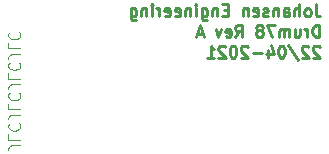
<source format=gbo>
G04 #@! TF.GenerationSoftware,KiCad,Pcbnew,(5.1.9)-1*
G04 #@! TF.CreationDate,2021-04-28T19:28:25+02:00*
G04 #@! TF.ProjectId,KicadJE_Drum_PE78 - Face,4b696361-644a-4455-9f44-72756d5f5045,rev?*
G04 #@! TF.SameCoordinates,Original*
G04 #@! TF.FileFunction,Legend,Bot*
G04 #@! TF.FilePolarity,Positive*
%FSLAX46Y46*%
G04 Gerber Fmt 4.6, Leading zero omitted, Abs format (unit mm)*
G04 Created by KiCad (PCBNEW (5.1.9)-1) date 2021-04-28 19:28:25*
%MOMM*%
%LPD*%
G01*
G04 APERTURE LIST*
%ADD10C,0.100000*%
%ADD11C,0.250000*%
%ADD12C,6.602000*%
%ADD13O,7.102000X4.102000*%
%ADD14C,3.102000*%
G04 APERTURE END LIST*
D10*
X194797619Y-163119047D02*
X194083333Y-163119047D01*
X193940476Y-163166666D01*
X193845238Y-163261904D01*
X193797619Y-163404761D01*
X193797619Y-163500000D01*
X193797619Y-162166666D02*
X193797619Y-162642857D01*
X194797619Y-162642857D01*
X193892857Y-161261904D02*
X193845238Y-161309523D01*
X193797619Y-161452380D01*
X193797619Y-161547619D01*
X193845238Y-161690476D01*
X193940476Y-161785714D01*
X194035714Y-161833333D01*
X194226190Y-161880952D01*
X194369047Y-161880952D01*
X194559523Y-161833333D01*
X194654761Y-161785714D01*
X194750000Y-161690476D01*
X194797619Y-161547619D01*
X194797619Y-161452380D01*
X194750000Y-161309523D01*
X194702380Y-161261904D01*
X194797619Y-160547619D02*
X194083333Y-160547619D01*
X193940476Y-160595238D01*
X193845238Y-160690476D01*
X193797619Y-160833333D01*
X193797619Y-160928571D01*
X193797619Y-159595238D02*
X193797619Y-160071428D01*
X194797619Y-160071428D01*
X193892857Y-158690476D02*
X193845238Y-158738095D01*
X193797619Y-158880952D01*
X193797619Y-158976190D01*
X193845238Y-159119047D01*
X193940476Y-159214285D01*
X194035714Y-159261904D01*
X194226190Y-159309523D01*
X194369047Y-159309523D01*
X194559523Y-159261904D01*
X194654761Y-159214285D01*
X194750000Y-159119047D01*
X194797619Y-158976190D01*
X194797619Y-158880952D01*
X194750000Y-158738095D01*
X194702380Y-158690476D01*
X194797619Y-157976190D02*
X194083333Y-157976190D01*
X193940476Y-158023809D01*
X193845238Y-158119047D01*
X193797619Y-158261904D01*
X193797619Y-158357142D01*
X193797619Y-157023809D02*
X193797619Y-157500000D01*
X194797619Y-157500000D01*
X193892857Y-156119047D02*
X193845238Y-156166666D01*
X193797619Y-156309523D01*
X193797619Y-156404761D01*
X193845238Y-156547619D01*
X193940476Y-156642857D01*
X194035714Y-156690476D01*
X194226190Y-156738095D01*
X194369047Y-156738095D01*
X194559523Y-156690476D01*
X194654761Y-156642857D01*
X194750000Y-156547619D01*
X194797619Y-156404761D01*
X194797619Y-156309523D01*
X194750000Y-156166666D01*
X194702380Y-156119047D01*
X194797619Y-155404761D02*
X194083333Y-155404761D01*
X193940476Y-155452380D01*
X193845238Y-155547619D01*
X193797619Y-155690476D01*
X193797619Y-155785714D01*
X193797619Y-154452380D02*
X193797619Y-154928571D01*
X194797619Y-154928571D01*
X193892857Y-153547619D02*
X193845238Y-153595238D01*
X193797619Y-153738095D01*
X193797619Y-153833333D01*
X193845238Y-153976190D01*
X193940476Y-154071428D01*
X194035714Y-154119047D01*
X194226190Y-154166666D01*
X194369047Y-154166666D01*
X194559523Y-154119047D01*
X194654761Y-154071428D01*
X194750000Y-153976190D01*
X194797619Y-153833333D01*
X194797619Y-153738095D01*
X194750000Y-153595238D01*
X194702380Y-153547619D01*
D11*
X219813690Y-151202380D02*
X219813690Y-151916666D01*
X219861309Y-152059523D01*
X219956547Y-152154761D01*
X220099404Y-152202380D01*
X220194642Y-152202380D01*
X219194642Y-152202380D02*
X219289880Y-152154761D01*
X219337500Y-152107142D01*
X219385119Y-152011904D01*
X219385119Y-151726190D01*
X219337500Y-151630952D01*
X219289880Y-151583333D01*
X219194642Y-151535714D01*
X219051785Y-151535714D01*
X218956547Y-151583333D01*
X218908928Y-151630952D01*
X218861309Y-151726190D01*
X218861309Y-152011904D01*
X218908928Y-152107142D01*
X218956547Y-152154761D01*
X219051785Y-152202380D01*
X219194642Y-152202380D01*
X218432738Y-152202380D02*
X218432738Y-151202380D01*
X218004166Y-152202380D02*
X218004166Y-151678571D01*
X218051785Y-151583333D01*
X218147023Y-151535714D01*
X218289880Y-151535714D01*
X218385119Y-151583333D01*
X218432738Y-151630952D01*
X217099404Y-152202380D02*
X217099404Y-151678571D01*
X217147023Y-151583333D01*
X217242261Y-151535714D01*
X217432738Y-151535714D01*
X217527976Y-151583333D01*
X217099404Y-152154761D02*
X217194642Y-152202380D01*
X217432738Y-152202380D01*
X217527976Y-152154761D01*
X217575595Y-152059523D01*
X217575595Y-151964285D01*
X217527976Y-151869047D01*
X217432738Y-151821428D01*
X217194642Y-151821428D01*
X217099404Y-151773809D01*
X216623214Y-151535714D02*
X216623214Y-152202380D01*
X216623214Y-151630952D02*
X216575595Y-151583333D01*
X216480357Y-151535714D01*
X216337500Y-151535714D01*
X216242261Y-151583333D01*
X216194642Y-151678571D01*
X216194642Y-152202380D01*
X215766071Y-152154761D02*
X215670833Y-152202380D01*
X215480357Y-152202380D01*
X215385119Y-152154761D01*
X215337500Y-152059523D01*
X215337500Y-152011904D01*
X215385119Y-151916666D01*
X215480357Y-151869047D01*
X215623214Y-151869047D01*
X215718452Y-151821428D01*
X215766071Y-151726190D01*
X215766071Y-151678571D01*
X215718452Y-151583333D01*
X215623214Y-151535714D01*
X215480357Y-151535714D01*
X215385119Y-151583333D01*
X214527976Y-152154761D02*
X214623214Y-152202380D01*
X214813690Y-152202380D01*
X214908928Y-152154761D01*
X214956547Y-152059523D01*
X214956547Y-151678571D01*
X214908928Y-151583333D01*
X214813690Y-151535714D01*
X214623214Y-151535714D01*
X214527976Y-151583333D01*
X214480357Y-151678571D01*
X214480357Y-151773809D01*
X214956547Y-151869047D01*
X214051785Y-151535714D02*
X214051785Y-152202380D01*
X214051785Y-151630952D02*
X214004166Y-151583333D01*
X213908928Y-151535714D01*
X213766071Y-151535714D01*
X213670833Y-151583333D01*
X213623214Y-151678571D01*
X213623214Y-152202380D01*
X212385119Y-151678571D02*
X212051785Y-151678571D01*
X211908928Y-152202380D02*
X212385119Y-152202380D01*
X212385119Y-151202380D01*
X211908928Y-151202380D01*
X211480357Y-151535714D02*
X211480357Y-152202380D01*
X211480357Y-151630952D02*
X211432738Y-151583333D01*
X211337500Y-151535714D01*
X211194642Y-151535714D01*
X211099404Y-151583333D01*
X211051785Y-151678571D01*
X211051785Y-152202380D01*
X210147023Y-151535714D02*
X210147023Y-152345238D01*
X210194642Y-152440476D01*
X210242261Y-152488095D01*
X210337500Y-152535714D01*
X210480357Y-152535714D01*
X210575595Y-152488095D01*
X210147023Y-152154761D02*
X210242261Y-152202380D01*
X210432738Y-152202380D01*
X210527976Y-152154761D01*
X210575595Y-152107142D01*
X210623214Y-152011904D01*
X210623214Y-151726190D01*
X210575595Y-151630952D01*
X210527976Y-151583333D01*
X210432738Y-151535714D01*
X210242261Y-151535714D01*
X210147023Y-151583333D01*
X209670833Y-152202380D02*
X209670833Y-151535714D01*
X209670833Y-151202380D02*
X209718452Y-151250000D01*
X209670833Y-151297619D01*
X209623214Y-151250000D01*
X209670833Y-151202380D01*
X209670833Y-151297619D01*
X209194642Y-151535714D02*
X209194642Y-152202380D01*
X209194642Y-151630952D02*
X209147023Y-151583333D01*
X209051785Y-151535714D01*
X208908928Y-151535714D01*
X208813690Y-151583333D01*
X208766071Y-151678571D01*
X208766071Y-152202380D01*
X207908928Y-152154761D02*
X208004166Y-152202380D01*
X208194642Y-152202380D01*
X208289880Y-152154761D01*
X208337500Y-152059523D01*
X208337500Y-151678571D01*
X208289880Y-151583333D01*
X208194642Y-151535714D01*
X208004166Y-151535714D01*
X207908928Y-151583333D01*
X207861309Y-151678571D01*
X207861309Y-151773809D01*
X208337500Y-151869047D01*
X207051785Y-152154761D02*
X207147023Y-152202380D01*
X207337500Y-152202380D01*
X207432738Y-152154761D01*
X207480357Y-152059523D01*
X207480357Y-151678571D01*
X207432738Y-151583333D01*
X207337500Y-151535714D01*
X207147023Y-151535714D01*
X207051785Y-151583333D01*
X207004166Y-151678571D01*
X207004166Y-151773809D01*
X207480357Y-151869047D01*
X206575595Y-152202380D02*
X206575595Y-151535714D01*
X206575595Y-151726190D02*
X206527976Y-151630952D01*
X206480357Y-151583333D01*
X206385119Y-151535714D01*
X206289880Y-151535714D01*
X205956547Y-152202380D02*
X205956547Y-151535714D01*
X205956547Y-151202380D02*
X206004166Y-151250000D01*
X205956547Y-151297619D01*
X205908928Y-151250000D01*
X205956547Y-151202380D01*
X205956547Y-151297619D01*
X205480357Y-151535714D02*
X205480357Y-152202380D01*
X205480357Y-151630952D02*
X205432738Y-151583333D01*
X205337500Y-151535714D01*
X205194642Y-151535714D01*
X205099404Y-151583333D01*
X205051785Y-151678571D01*
X205051785Y-152202380D01*
X204147023Y-151535714D02*
X204147023Y-152345238D01*
X204194642Y-152440476D01*
X204242261Y-152488095D01*
X204337500Y-152535714D01*
X204480357Y-152535714D01*
X204575595Y-152488095D01*
X204147023Y-152154761D02*
X204242261Y-152202380D01*
X204432738Y-152202380D01*
X204527976Y-152154761D01*
X204575595Y-152107142D01*
X204623214Y-152011904D01*
X204623214Y-151726190D01*
X204575595Y-151630952D01*
X204527976Y-151583333D01*
X204432738Y-151535714D01*
X204242261Y-151535714D01*
X204147023Y-151583333D01*
X220099404Y-153952380D02*
X220099404Y-152952380D01*
X219861309Y-152952380D01*
X219718452Y-153000000D01*
X219623214Y-153095238D01*
X219575595Y-153190476D01*
X219527976Y-153380952D01*
X219527976Y-153523809D01*
X219575595Y-153714285D01*
X219623214Y-153809523D01*
X219718452Y-153904761D01*
X219861309Y-153952380D01*
X220099404Y-153952380D01*
X219099404Y-153952380D02*
X219099404Y-153285714D01*
X219099404Y-153476190D02*
X219051785Y-153380952D01*
X219004166Y-153333333D01*
X218908928Y-153285714D01*
X218813690Y-153285714D01*
X218051785Y-153285714D02*
X218051785Y-153952380D01*
X218480357Y-153285714D02*
X218480357Y-153809523D01*
X218432738Y-153904761D01*
X218337500Y-153952380D01*
X218194642Y-153952380D01*
X218099404Y-153904761D01*
X218051785Y-153857142D01*
X217575595Y-153952380D02*
X217575595Y-153285714D01*
X217575595Y-153380952D02*
X217527976Y-153333333D01*
X217432738Y-153285714D01*
X217289880Y-153285714D01*
X217194642Y-153333333D01*
X217147023Y-153428571D01*
X217147023Y-153952380D01*
X217147023Y-153428571D02*
X217099404Y-153333333D01*
X217004166Y-153285714D01*
X216861309Y-153285714D01*
X216766071Y-153333333D01*
X216718452Y-153428571D01*
X216718452Y-153952380D01*
X216337500Y-152952380D02*
X215670833Y-152952380D01*
X216099404Y-153952380D01*
X215147023Y-153380952D02*
X215242261Y-153333333D01*
X215289880Y-153285714D01*
X215337500Y-153190476D01*
X215337500Y-153142857D01*
X215289880Y-153047619D01*
X215242261Y-153000000D01*
X215147023Y-152952380D01*
X214956547Y-152952380D01*
X214861309Y-153000000D01*
X214813690Y-153047619D01*
X214766071Y-153142857D01*
X214766071Y-153190476D01*
X214813690Y-153285714D01*
X214861309Y-153333333D01*
X214956547Y-153380952D01*
X215147023Y-153380952D01*
X215242261Y-153428571D01*
X215289880Y-153476190D01*
X215337500Y-153571428D01*
X215337500Y-153761904D01*
X215289880Y-153857142D01*
X215242261Y-153904761D01*
X215147023Y-153952380D01*
X214956547Y-153952380D01*
X214861309Y-153904761D01*
X214813690Y-153857142D01*
X214766071Y-153761904D01*
X214766071Y-153571428D01*
X214813690Y-153476190D01*
X214861309Y-153428571D01*
X214956547Y-153380952D01*
X213004166Y-153952380D02*
X213337500Y-153476190D01*
X213575595Y-153952380D02*
X213575595Y-152952380D01*
X213194642Y-152952380D01*
X213099404Y-153000000D01*
X213051785Y-153047619D01*
X213004166Y-153142857D01*
X213004166Y-153285714D01*
X213051785Y-153380952D01*
X213099404Y-153428571D01*
X213194642Y-153476190D01*
X213575595Y-153476190D01*
X212194642Y-153904761D02*
X212289880Y-153952380D01*
X212480357Y-153952380D01*
X212575595Y-153904761D01*
X212623214Y-153809523D01*
X212623214Y-153428571D01*
X212575595Y-153333333D01*
X212480357Y-153285714D01*
X212289880Y-153285714D01*
X212194642Y-153333333D01*
X212147023Y-153428571D01*
X212147023Y-153523809D01*
X212623214Y-153619047D01*
X211813690Y-153285714D02*
X211575595Y-153952380D01*
X211337500Y-153285714D01*
X210242261Y-153666666D02*
X209766071Y-153666666D01*
X210337500Y-153952380D02*
X210004166Y-152952380D01*
X209670833Y-153952380D01*
X220147023Y-154797619D02*
X220099404Y-154750000D01*
X220004166Y-154702380D01*
X219766071Y-154702380D01*
X219670833Y-154750000D01*
X219623214Y-154797619D01*
X219575595Y-154892857D01*
X219575595Y-154988095D01*
X219623214Y-155130952D01*
X220194642Y-155702380D01*
X219575595Y-155702380D01*
X219194642Y-154797619D02*
X219147023Y-154750000D01*
X219051785Y-154702380D01*
X218813690Y-154702380D01*
X218718452Y-154750000D01*
X218670833Y-154797619D01*
X218623214Y-154892857D01*
X218623214Y-154988095D01*
X218670833Y-155130952D01*
X219242261Y-155702380D01*
X218623214Y-155702380D01*
X217480357Y-154654761D02*
X218337500Y-155940476D01*
X216956547Y-154702380D02*
X216861309Y-154702380D01*
X216766071Y-154750000D01*
X216718452Y-154797619D01*
X216670833Y-154892857D01*
X216623214Y-155083333D01*
X216623214Y-155321428D01*
X216670833Y-155511904D01*
X216718452Y-155607142D01*
X216766071Y-155654761D01*
X216861309Y-155702380D01*
X216956547Y-155702380D01*
X217051785Y-155654761D01*
X217099404Y-155607142D01*
X217147023Y-155511904D01*
X217194642Y-155321428D01*
X217194642Y-155083333D01*
X217147023Y-154892857D01*
X217099404Y-154797619D01*
X217051785Y-154750000D01*
X216956547Y-154702380D01*
X215766071Y-155035714D02*
X215766071Y-155702380D01*
X216004166Y-154654761D02*
X216242261Y-155369047D01*
X215623214Y-155369047D01*
X215242261Y-155321428D02*
X214480357Y-155321428D01*
X214051785Y-154797619D02*
X214004166Y-154750000D01*
X213908928Y-154702380D01*
X213670833Y-154702380D01*
X213575595Y-154750000D01*
X213527976Y-154797619D01*
X213480357Y-154892857D01*
X213480357Y-154988095D01*
X213527976Y-155130952D01*
X214099404Y-155702380D01*
X213480357Y-155702380D01*
X212861309Y-154702380D02*
X212766071Y-154702380D01*
X212670833Y-154750000D01*
X212623214Y-154797619D01*
X212575595Y-154892857D01*
X212527976Y-155083333D01*
X212527976Y-155321428D01*
X212575595Y-155511904D01*
X212623214Y-155607142D01*
X212670833Y-155654761D01*
X212766071Y-155702380D01*
X212861309Y-155702380D01*
X212956547Y-155654761D01*
X213004166Y-155607142D01*
X213051785Y-155511904D01*
X213099404Y-155321428D01*
X213099404Y-155083333D01*
X213051785Y-154892857D01*
X213004166Y-154797619D01*
X212956547Y-154750000D01*
X212861309Y-154702380D01*
X212147023Y-154797619D02*
X212099404Y-154750000D01*
X212004166Y-154702380D01*
X211766071Y-154702380D01*
X211670833Y-154750000D01*
X211623214Y-154797619D01*
X211575595Y-154892857D01*
X211575595Y-154988095D01*
X211623214Y-155130952D01*
X212194642Y-155702380D01*
X211575595Y-155702380D01*
X210623214Y-155702380D02*
X211194642Y-155702380D01*
X210908928Y-155702380D02*
X210908928Y-154702380D01*
X211004166Y-154845238D01*
X211099404Y-154940476D01*
X211194642Y-154988095D01*
%LPC*%
D12*
X223000000Y-75000000D03*
X223000000Y-85000000D03*
X203000000Y-75000000D03*
X203000000Y-85000000D03*
X203000000Y-95000000D03*
D13*
X226500000Y-39000000D03*
D12*
X223000000Y-125000000D03*
D13*
X199500000Y-39000000D03*
X199500000Y-161000000D03*
D12*
X203000000Y-105000000D03*
D14*
X213000000Y-51000000D03*
D13*
X226500000Y-161000000D03*
D12*
X203000000Y-115000000D03*
X203075001Y-145000000D03*
X203000000Y-125000000D03*
X223000000Y-105000000D03*
X223000000Y-145000000D03*
X203000000Y-135000000D03*
M02*

</source>
